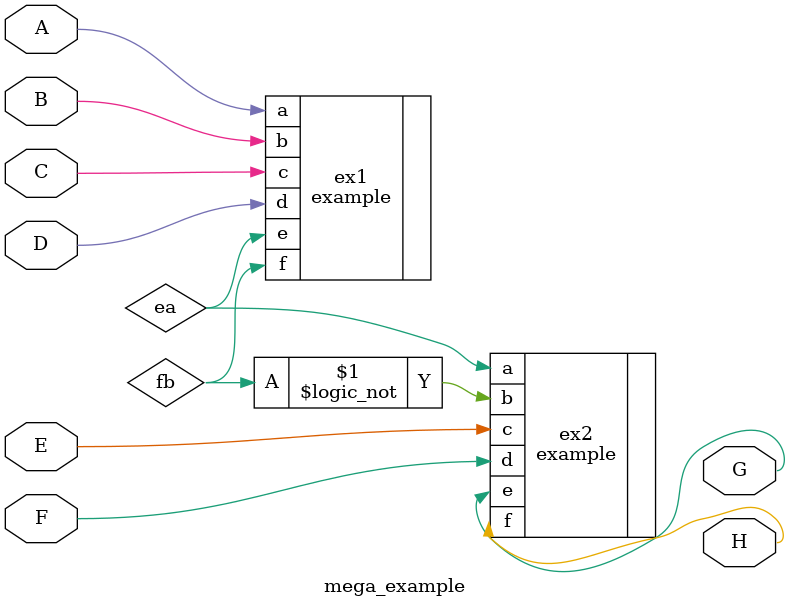
<source format=sv>
module mega_example(
    input logic A,
    input logic B,
    input logic C,
    input logic D,
    input logic E,
    input logic F,
    output logic G,
    output logic H
);

logic ea;
logic fb;

example ex1(
    .a(A),
    .b(B), 
    .c(C), 
    .d(D), 
    .e(ea),
    .f(fb)
);

example ex2 (
    .a(ea), 
    .b(!fb),
    .c(E),
    .d(F),
    .e(G),
    .f(H)
);

endmodule
</source>
